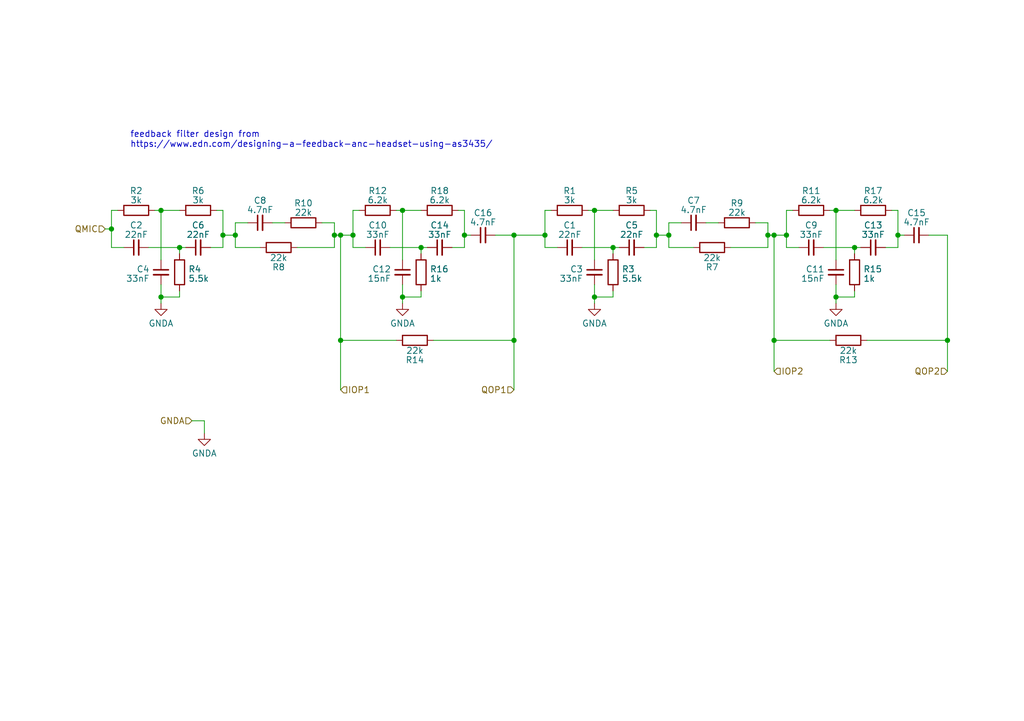
<source format=kicad_sch>
(kicad_sch (version 20230121) (generator eeschema)
  (paper "A5")
  (lib_symbols
    (symbol "Device:C_Small" (pin_numbers hide) (pin_names (offset 0.254) hide)
      (property "Reference" "C" (at 0.254 1.778 0))
      (property "Value" "C_Small" (at 0.254 -2.032 0))
      (symbol "C_Small_0_1"
        (polyline (pts (xy -1.524 -0.508) (xy 1.524 -0.508)) (stroke (width 0.3302)))
        (polyline (pts (xy -1.524 0.508) (xy 1.524 0.508)) (stroke (width 0.3048)))
      )
      (symbol "C_Small_1_1"
        (pin passive line (at 0 2.54 270) (length 2.032) (name "~") (number "1"))
        (pin passive line (at 0 -2.54 90) (length 2.032) (name "~") (number "2"))
      )
    )
    (symbol "Device:R" (pin_numbers hide) (pin_names (offset 0))
      (property "Reference" "R" (at 2.032 0 90))
      (property "Value" "R" (at 0 0 90))
      (symbol "R_0_1"
        (rectangle (start -1.016 -2.54) (end 1.016 2.54) (stroke (width 0.254)))
      )
      (symbol "R_1_1"
        (pin passive line (at 0 3.81 270) (length 1.27) (name "~") (number "1"))
        (pin passive line (at 0 -3.81 90) (length 1.27) (name "~") (number "2"))
      )
    )
    (symbol "power:GNDA" (power) (pin_names (offset 0))
      (property "Value" "GNDA" (at 0 -3.81 0))
      (symbol "GNDA_0_1"
        (polyline (pts (xy 0 0) (xy 0 -1.27) (xy 1.27 -1.27) (xy 0 -2.54) (xy -1.27 -1.27) (xy 0 -1.27)))
      )
      (symbol "GNDA_1_1"
        (pin power_in line (at 0 0 270) (length 0) hide (name "GNDA") (number "1"))
      )
    )
  )
  (junction (at 72.39 48.26))
  (junction (at 158.75 69.85))
  (junction (at 184.15 48.26))
  (junction (at 82.55 43.18))
  (junction (at 68.58 48.26))
  (junction (at 105.41 48.26))
  (junction (at 171.45 60.96))
  (junction (at 121.92 60.96))
  (junction (at 82.55 60.96))
  (junction (at 175.26 50.8))
  (junction (at 45.72 48.26))
  (junction (at 121.92 43.18))
  (junction (at 158.75 48.26))
  (junction (at 69.85 48.26))
  (junction (at 33.02 60.96))
  (junction (at 161.29 48.26))
  (junction (at 137.16 48.26))
  (junction (at 36.83 50.8))
  (junction (at 33.02 43.18))
  (junction (at 157.48 48.26))
  (junction (at 111.76 48.26))
  (junction (at 48.26 48.26))
  (junction (at 171.45 43.18))
  (junction (at 105.41 69.85))
  (junction (at 22.86 46.99))
  (junction (at 134.62 48.26))
  (junction (at 86.36 50.8))
  (junction (at 95.25 48.26))
  (junction (at 69.85 69.85))
  (junction (at 125.73 50.8))
  (junction (at 194.31 69.85))
  (wire (pts (xy 48.26 45.72) (xy 48.26 48.26)))
  (wire (pts (xy 175.26 50.8) (xy 176.53 50.8)))
  (wire (pts (xy 31.75 43.18) (xy 33.02 43.18)))
  (wire (pts (xy 45.72 50.8) (xy 45.72 48.26)))
  (wire (pts (xy 184.15 48.26) (xy 184.15 43.18)))
  (wire (pts (xy 82.55 43.18) (xy 86.36 43.18)))
  (wire (pts (xy 72.39 43.18) (xy 72.39 48.26)))
  (wire (pts (xy 33.02 43.18) (xy 33.02 53.34)))
  (wire (pts (xy 69.85 69.85) (xy 69.85 80.01)))
  (wire (pts (xy 81.28 69.85) (xy 69.85 69.85)))
  (wire (pts (xy 171.45 62.23) (xy 171.45 60.96)))
  (wire (pts (xy 95.25 50.8) (xy 95.25 48.26)))
  (wire (pts (xy 134.62 50.8) (xy 134.62 48.26)))
  (wire (pts (xy 33.02 58.42) (xy 33.02 60.96)))
  (wire (pts (xy 119.38 50.8) (xy 125.73 50.8)))
  (wire (pts (xy 157.48 45.72) (xy 157.48 48.26)))
  (wire (pts (xy 184.15 48.26) (xy 185.42 48.26)))
  (wire (pts (xy 41.91 88.9) (xy 41.91 86.36)))
  (wire (pts (xy 24.13 43.18) (xy 22.86 43.18)))
  (wire (pts (xy 184.15 43.18) (xy 182.88 43.18)))
  (wire (pts (xy 184.15 50.8) (xy 184.15 48.26)))
  (wire (pts (xy 105.41 48.26) (xy 101.6 48.26)))
  (wire (pts (xy 161.29 50.8) (xy 163.83 50.8)))
  (wire (pts (xy 161.29 48.26) (xy 161.29 50.8)))
  (wire (pts (xy 158.75 69.85) (xy 158.75 48.26)))
  (wire (pts (xy 41.91 86.36) (xy 39.37 86.36)))
  (wire (pts (xy 161.29 43.18) (xy 161.29 48.26)))
  (wire (pts (xy 181.61 50.8) (xy 184.15 50.8)))
  (wire (pts (xy 158.75 48.26) (xy 161.29 48.26)))
  (wire (pts (xy 82.55 43.18) (xy 82.55 53.34)))
  (wire (pts (xy 48.26 48.26) (xy 48.26 50.8)))
  (wire (pts (xy 194.31 69.85) (xy 194.31 76.2)))
  (wire (pts (xy 36.83 50.8) (xy 38.1 50.8)))
  (wire (pts (xy 162.56 43.18) (xy 161.29 43.18)))
  (wire (pts (xy 171.45 43.18) (xy 175.26 43.18)))
  (wire (pts (xy 194.31 48.26) (xy 190.5 48.26)))
  (wire (pts (xy 69.85 69.85) (xy 69.85 48.26)))
  (wire (pts (xy 66.04 45.72) (xy 68.58 45.72)))
  (wire (pts (xy 81.28 43.18) (xy 82.55 43.18)))
  (wire (pts (xy 137.16 45.72) (xy 137.16 48.26)))
  (wire (pts (xy 132.08 50.8) (xy 134.62 50.8)))
  (wire (pts (xy 45.72 48.26) (xy 48.26 48.26)))
  (wire (pts (xy 113.03 43.18) (xy 111.76 43.18)))
  (wire (pts (xy 68.58 48.26) (xy 69.85 48.26)))
  (wire (pts (xy 73.66 43.18) (xy 72.39 43.18)))
  (wire (pts (xy 105.41 48.26) (xy 105.41 69.85)))
  (wire (pts (xy 134.62 48.26) (xy 134.62 43.18)))
  (wire (pts (xy 170.18 43.18) (xy 171.45 43.18)))
  (wire (pts (xy 111.76 48.26) (xy 111.76 50.8)))
  (wire (pts (xy 171.45 43.18) (xy 171.45 53.34)))
  (wire (pts (xy 50.8 45.72) (xy 48.26 45.72)))
  (wire (pts (xy 80.01 50.8) (xy 86.36 50.8)))
  (wire (pts (xy 149.86 50.8) (xy 157.48 50.8)))
  (wire (pts (xy 22.86 43.18) (xy 22.86 46.99)))
  (wire (pts (xy 72.39 48.26) (xy 72.39 50.8)))
  (wire (pts (xy 121.92 43.18) (xy 121.92 53.34)))
  (wire (pts (xy 134.62 48.26) (xy 137.16 48.26)))
  (wire (pts (xy 86.36 52.07) (xy 86.36 50.8)))
  (wire (pts (xy 194.31 69.85) (xy 194.31 48.26)))
  (wire (pts (xy 144.78 45.72) (xy 147.32 45.72)))
  (wire (pts (xy 95.25 48.26) (xy 96.52 48.26)))
  (wire (pts (xy 82.55 58.42) (xy 82.55 60.96)))
  (wire (pts (xy 92.71 50.8) (xy 95.25 50.8)))
  (wire (pts (xy 171.45 60.96) (xy 175.26 60.96)))
  (wire (pts (xy 60.96 50.8) (xy 68.58 50.8)))
  (wire (pts (xy 22.86 46.99) (xy 22.86 50.8)))
  (wire (pts (xy 121.92 58.42) (xy 121.92 60.96)))
  (wire (pts (xy 154.94 45.72) (xy 157.48 45.72)))
  (wire (pts (xy 157.48 48.26) (xy 157.48 50.8)))
  (wire (pts (xy 82.55 60.96) (xy 86.36 60.96)))
  (wire (pts (xy 134.62 43.18) (xy 133.35 43.18)))
  (wire (pts (xy 125.73 60.96) (xy 125.73 59.69)))
  (wire (pts (xy 82.55 62.23) (xy 82.55 60.96)))
  (wire (pts (xy 105.41 48.26) (xy 111.76 48.26)))
  (wire (pts (xy 33.02 62.23) (xy 33.02 60.96)))
  (wire (pts (xy 43.18 50.8) (xy 45.72 50.8)))
  (wire (pts (xy 55.88 45.72) (xy 58.42 45.72)))
  (wire (pts (xy 33.02 43.18) (xy 36.83 43.18)))
  (wire (pts (xy 139.7 45.72) (xy 137.16 45.72)))
  (wire (pts (xy 45.72 48.26) (xy 45.72 43.18)))
  (wire (pts (xy 105.41 69.85) (xy 105.41 80.01)))
  (wire (pts (xy 158.75 69.85) (xy 170.18 69.85)))
  (wire (pts (xy 36.83 60.96) (xy 36.83 59.69)))
  (wire (pts (xy 157.48 48.26) (xy 158.75 48.26)))
  (wire (pts (xy 88.9 69.85) (xy 105.41 69.85)))
  (wire (pts (xy 111.76 43.18) (xy 111.76 48.26)))
  (wire (pts (xy 30.48 50.8) (xy 36.83 50.8)))
  (wire (pts (xy 68.58 48.26) (xy 68.58 50.8)))
  (wire (pts (xy 125.73 52.07) (xy 125.73 50.8)))
  (wire (pts (xy 125.73 50.8) (xy 127 50.8)))
  (wire (pts (xy 121.92 60.96) (xy 125.73 60.96)))
  (wire (pts (xy 175.26 52.07) (xy 175.26 50.8)))
  (wire (pts (xy 171.45 58.42) (xy 171.45 60.96)))
  (wire (pts (xy 33.02 60.96) (xy 36.83 60.96)))
  (wire (pts (xy 120.65 43.18) (xy 121.92 43.18)))
  (wire (pts (xy 175.26 60.96) (xy 175.26 59.69)))
  (wire (pts (xy 137.16 50.8) (xy 142.24 50.8)))
  (wire (pts (xy 72.39 50.8) (xy 74.93 50.8)))
  (wire (pts (xy 22.86 50.8) (xy 25.4 50.8)))
  (wire (pts (xy 69.85 48.26) (xy 72.39 48.26)))
  (wire (pts (xy 86.36 50.8) (xy 87.63 50.8)))
  (wire (pts (xy 68.58 45.72) (xy 68.58 48.26)))
  (wire (pts (xy 168.91 50.8) (xy 175.26 50.8)))
  (wire (pts (xy 95.25 43.18) (xy 93.98 43.18)))
  (wire (pts (xy 121.92 43.18) (xy 125.73 43.18)))
  (wire (pts (xy 111.76 50.8) (xy 114.3 50.8)))
  (wire (pts (xy 177.8 69.85) (xy 194.31 69.85)))
  (wire (pts (xy 121.92 62.23) (xy 121.92 60.96)))
  (wire (pts (xy 45.72 43.18) (xy 44.45 43.18)))
  (wire (pts (xy 36.83 52.07) (xy 36.83 50.8)))
  (wire (pts (xy 95.25 48.26) (xy 95.25 43.18)))
  (wire (pts (xy 137.16 48.26) (xy 137.16 50.8)))
  (wire (pts (xy 48.26 50.8) (xy 53.34 50.8)))
  (wire (pts (xy 21.59 46.99) (xy 22.86 46.99)))
  (wire (pts (xy 86.36 60.96) (xy 86.36 59.69)))
  (wire (pts (xy 158.75 69.85) (xy 158.75 76.2)))
  (text "feedback filter design from\nhttps://www.edn.com/designing-a-feedback-anc-headset-using-as3435/" (at 26.67 30.48 0) (effects (font (size 1.27 1.27)) (justify left bottom)))
  (hierarchical_label "QMIC" (shape input) (at 21.59 46.99 180))
  (hierarchical_label "GNDA" (shape input) (at 39.37 86.36 180))
  (hierarchical_label "IOP1" (shape input) (at 69.85 80.01 0))
  (hierarchical_label "QOP2" (shape input) (at 194.31 76.2 180))
  (hierarchical_label "QOP1" (shape input) (at 105.41 80.01 180))
  (hierarchical_label "IOP2" (shape input) (at 158.75 76.2 0))
  (symbol (lib_id "Device:C_Small") (at 142.24 45.72 90) (unit 1)
    (property "Reference" "C7" (at 142.2463 41.148 90))
    (property "Value" "4.7nF" (at 142.2463 43.069 90))
    (property "Footprint" "Capacitor_SMD:C_0402_1005Metric_Pad0.74x0.62mm_HandSolder" (effects hide))
  )
  (symbol (lib_id "Device:C_Small") (at 77.47 50.8 90) (unit 1)
    (property "Reference" "C10" (at 77.4763 46.228 90))
    (property "Value" "33nF" (at 77.4763 48.149 90))
    (property "Footprint" "Capacitor_SMD:C_0402_1005Metric_Pad0.74x0.62mm_HandSolder" (effects hide))
  )
  (symbol (lib_id "Device:C_Small") (at 171.45 55.88 0) (mirror y) (unit 1)
    (property "Reference" "C11" (at 169.1259 55.2426 0) (effects (justify left)))
    (property "Value" "15nF" (at 169.1259 57.1636 0) (effects (justify left)))
    (property "Footprint" "Capacitor_SMD:C_0402_1005Metric_Pad0.74x0.62mm_HandSolder" (effects hide))
  )
  (symbol (lib_id "Device:C_Small") (at 129.54 50.8 90) (unit 1)
    (property "Reference" "C5" (at 129.5463 46.228 90))
    (property "Value" "22nF" (at 129.5463 48.149 90))
    (property "Footprint" "Capacitor_SMD:C_0402_1005Metric_Pad0.74x0.62mm_HandSolder" (effects hide))
  )
  (symbol (lib_id "Device:C_Small") (at 187.96 48.26 90) (unit 1)
    (property "Reference" "C15" (at 187.9663 43.688 90))
    (property "Value" "4.7nF" (at 187.9663 45.609 90))
    (property "Footprint" "Capacitor_SMD:C_0402_1005Metric_Pad0.74x0.62mm_HandSolder" (effects hide))
  )
  (symbol (lib_id "Device:R") (at 151.13 45.72 90) (unit 1)
    (property "Reference" "R9" (at 151.13 41.6941 90))
    (property "Value" "22k" (at 151.13 43.6151 90))
    (property "Footprint" "Resistor_SMD:R_0402_1005Metric_Pad0.72x0.64mm_HandSolder" (effects hide))
  )
  (symbol (lib_id "Device:R") (at 40.64 43.18 90) (unit 1)
    (property "Reference" "R6" (at 40.64 39.1541 90))
    (property "Value" "3k" (at 40.64 41.0751 90))
    (property "Footprint" "Resistor_SMD:R_0402_1005Metric_Pad0.72x0.64mm_HandSolder" (effects hide))
  )
  (symbol (lib_id "Device:C_Small") (at 166.37 50.8 90) (unit 1)
    (property "Reference" "C9" (at 166.3763 46.228 90))
    (property "Value" "33nF" (at 166.3763 48.149 90))
    (property "Footprint" "Capacitor_SMD:C_0402_1005Metric_Pad0.74x0.62mm_HandSolder" (effects hide))
  )
  (symbol (lib_id "Device:R") (at 125.73 55.88 0) (unit 1)
    (property "Reference" "R3" (at 127.508 55.2363 0) (effects (justify left)))
    (property "Value" "5.5k" (at 127.508 57.1573 0) (effects (justify left)))
    (property "Footprint" "Resistor_SMD:R_0402_1005Metric_Pad0.72x0.64mm_HandSolder" (effects hide))
  )
  (symbol (lib_id "Device:R") (at 166.37 43.18 90) (unit 1)
    (property "Reference" "R11" (at 166.37 39.1541 90))
    (property "Value" "6.2k" (at 166.37 41.0751 90))
    (property "Footprint" "Resistor_SMD:R_0402_1005Metric_Pad0.72x0.64mm_HandSolder" (effects hide))
  )
  (symbol (lib_id "Device:R") (at 116.84 43.18 90) (unit 1)
    (property "Reference" "R1" (at 116.84 39.1541 90))
    (property "Value" "3k" (at 116.84 41.0751 90))
    (property "Footprint" "Resistor_SMD:R_0402_1005Metric_Pad0.72x0.64mm_HandSolder" (effects hide))
  )
  (symbol (lib_id "Device:C_Small") (at 82.55 55.88 0) (mirror y) (unit 1)
    (property "Reference" "C12" (at 80.2259 55.2426 0) (effects (justify left)))
    (property "Value" "15nF" (at 80.2259 57.1636 0) (effects (justify left)))
    (property "Footprint" "Capacitor_SMD:C_0402_1005Metric_Pad0.74x0.62mm_HandSolder" (effects hide))
  )
  (symbol (lib_id "Device:R") (at 27.94 43.18 90) (unit 1)
    (property "Reference" "R2" (at 27.94 39.1541 90))
    (property "Value" "3k" (at 27.94 41.0751 90))
    (property "Footprint" "Resistor_SMD:R_0402_1005Metric_Pad0.72x0.64mm_HandSolder" (effects hide))
  )
  (symbol (lib_id "Device:R") (at 62.23 45.72 90) (unit 1)
    (property "Reference" "R10" (at 62.23 41.6941 90))
    (property "Value" "22k" (at 62.23 43.6151 90))
    (property "Footprint" "Resistor_SMD:R_0402_1005Metric_Pad0.72x0.64mm_HandSolder" (effects hide))
  )
  (symbol (lib_id "Device:C_Small") (at 27.94 50.8 90) (unit 1)
    (property "Reference" "C2" (at 27.9463 46.228 90))
    (property "Value" "22nF" (at 27.9463 48.149 90))
    (property "Footprint" "Capacitor_SMD:C_0402_1005Metric_Pad0.74x0.62mm_HandSolder" (effects hide))
  )
  (symbol (lib_id "Device:R") (at 146.05 50.8 270) (mirror x) (unit 1)
    (property "Reference" "R7" (at 146.05 54.8259 90))
    (property "Value" "22k" (at 146.05 52.9049 90))
    (property "Footprint" "Resistor_SMD:R_0402_1005Metric_Pad0.72x0.64mm_HandSolder" (effects hide))
  )
  (symbol (lib_id "Device:C_Small") (at 116.84 50.8 90) (unit 1)
    (property "Reference" "C1" (at 116.8463 46.228 90))
    (property "Value" "22nF" (at 116.8463 48.149 90))
    (property "Footprint" "Capacitor_SMD:C_0402_1005Metric_Pad0.74x0.62mm_HandSolder" (effects hide))
  )
  (symbol (lib_id "Device:C_Small") (at 121.92 55.88 0) (mirror y) (unit 1)
    (property "Reference" "C3" (at 119.5959 55.2426 0) (effects (justify left)))
    (property "Value" "33nF" (at 119.5959 57.1636 0) (effects (justify left)))
    (property "Footprint" "Capacitor_SMD:C_0402_1005Metric_Pad0.74x0.62mm_HandSolder" (effects hide))
  )
  (symbol (lib_id "Device:R") (at 36.83 55.88 0) (unit 1)
    (property "Reference" "R4" (at 38.608 55.2363 0) (effects (justify left)))
    (property "Value" "5.5k" (at 38.608 57.1573 0) (effects (justify left)))
    (property "Footprint" "Resistor_SMD:R_0402_1005Metric_Pad0.72x0.64mm_HandSolder" (effects hide))
  )
  (symbol (lib_id "power:GNDA") (at 171.45 62.23 0) (unit 1)
    (property "Reference" "#PWR03" (effects hide))
    (property "Value" "GNDA" (at 171.45 66.3655 0))
  )
  (symbol (lib_id "Device:C_Small") (at 90.17 50.8 90) (unit 1)
    (property "Reference" "C14" (at 90.1763 46.228 90))
    (property "Value" "33nF" (at 90.1763 48.149 90))
    (property "Footprint" "Capacitor_SMD:C_0402_1005Metric_Pad0.74x0.62mm_HandSolder" (effects hide))
  )
  (symbol (lib_id "power:GNDA") (at 82.55 62.23 0) (unit 1)
    (property "Reference" "#PWR04" (effects hide))
    (property "Value" "GNDA" (at 82.55 66.3655 0))
  )
  (symbol (lib_id "Device:R") (at 85.09 69.85 270) (mirror x) (unit 1)
    (property "Reference" "R14" (at 85.09 73.8759 90))
    (property "Value" "22k" (at 85.09 71.9549 90))
    (property "Footprint" "Resistor_SMD:R_0402_1005Metric_Pad0.72x0.64mm_HandSolder" (effects hide))
  )
  (symbol (lib_id "Device:R") (at 175.26 55.88 0) (unit 1)
    (property "Reference" "R15" (at 177.038 55.2363 0) (effects (justify left)))
    (property "Value" "1k" (at 177.038 57.1573 0) (effects (justify left)))
    (property "Footprint" "Resistor_SMD:R_0402_1005Metric_Pad0.72x0.64mm_HandSolder" (effects hide))
  )
  (symbol (lib_id "Device:R") (at 129.54 43.18 90) (unit 1)
    (property "Reference" "R5" (at 129.54 39.1541 90))
    (property "Value" "3k" (at 129.54 41.0751 90))
    (property "Footprint" "Resistor_SMD:R_0402_1005Metric_Pad0.72x0.64mm_HandSolder" (effects hide))
  )
  (symbol (lib_id "Device:R") (at 77.47 43.18 90) (unit 1)
    (property "Reference" "R12" (at 77.47 39.1541 90))
    (property "Value" "6.2k" (at 77.47 41.0751 90))
    (property "Footprint" "Resistor_SMD:R_0402_1005Metric_Pad0.72x0.64mm_HandSolder" (effects hide))
  )
  (symbol (lib_id "Device:C_Small") (at 179.07 50.8 90) (unit 1)
    (property "Reference" "C13" (at 179.0763 46.228 90))
    (property "Value" "33nF" (at 179.0763 48.149 90))
    (property "Footprint" "Capacitor_SMD:C_0402_1005Metric_Pad0.74x0.62mm_HandSolder" (effects hide))
  )
  (symbol (lib_id "power:GNDA") (at 33.02 62.23 0) (unit 1)
    (property "Reference" "#PWR02" (effects hide))
    (property "Value" "GNDA" (at 33.02 66.3655 0))
  )
  (symbol (lib_id "Device:C_Small") (at 99.06 48.26 90) (unit 1)
    (property "Reference" "C16" (at 99.0663 43.688 90))
    (property "Value" "4.7nF" (at 99.0663 45.609 90))
    (property "Footprint" "Capacitor_SMD:C_0402_1005Metric_Pad0.74x0.62mm_HandSolder" (effects hide))
  )
  (symbol (lib_id "Device:C_Small") (at 40.64 50.8 90) (unit 1)
    (property "Reference" "C6" (at 40.6463 46.228 90))
    (property "Value" "22nF" (at 40.6463 48.149 90))
    (property "Footprint" "Capacitor_SMD:C_0402_1005Metric_Pad0.74x0.62mm_HandSolder" (effects hide))
  )
  (symbol (lib_id "power:GNDA") (at 41.91 88.9 0) (unit 1)
    (property "Reference" "#PWR05" (effects hide))
    (property "Value" "GNDA" (at 41.91 93.0355 0))
  )
  (symbol (lib_id "Device:R") (at 90.17 43.18 90) (unit 1)
    (property "Reference" "R18" (at 90.17 39.1541 90))
    (property "Value" "6.2k" (at 90.17 41.0751 90))
    (property "Footprint" "Resistor_SMD:R_0402_1005Metric_Pad0.72x0.64mm_HandSolder" (effects hide))
  )
  (symbol (lib_id "Device:C_Small") (at 53.34 45.72 90) (unit 1)
    (property "Reference" "C8" (at 53.3463 41.148 90))
    (property "Value" "4.7nF" (at 53.3463 43.069 90))
    (property "Footprint" "Capacitor_SMD:C_0402_1005Metric_Pad0.74x0.62mm_HandSolder" (effects hide))
  )
  (symbol (lib_id "power:GNDA") (at 121.92 62.23 0) (unit 1)
    (property "Reference" "#PWR01" (effects hide))
    (property "Value" "GNDA" (at 121.92 66.3655 0))
  )
  (symbol (lib_id "Device:R") (at 86.36 55.88 0) (unit 1)
    (property "Reference" "R16" (at 88.138 55.2363 0) (effects (justify left)))
    (property "Value" "1k" (at 88.138 57.1573 0) (effects (justify left)))
    (property "Footprint" "Resistor_SMD:R_0402_1005Metric_Pad0.72x0.64mm_HandSolder" (effects hide))
  )
  (symbol (lib_id "Device:C_Small") (at 33.02 55.88 0) (mirror y) (unit 1)
    (property "Reference" "C4" (at 30.6959 55.2426 0) (effects (justify left)))
    (property "Value" "33nF" (at 30.6959 57.1636 0) (effects (justify left)))
    (property "Footprint" "Capacitor_SMD:C_0402_1005Metric_Pad0.74x0.62mm_HandSolder" (effects hide))
  )
  (symbol (lib_id "Device:R") (at 179.07 43.18 90) (unit 1)
    (property "Reference" "R17" (at 179.07 39.1541 90))
    (property "Value" "6.2k" (at 179.07 41.0751 90))
    (property "Footprint" "Resistor_SMD:R_0402_1005Metric_Pad0.72x0.64mm_HandSolder" (effects hide))
  )
  (symbol (lib_id "Device:R") (at 57.15 50.8 270) (mirror x) (unit 1)
    (property "Reference" "R8" (at 57.15 54.8259 90))
    (property "Value" "22k" (at 57.15 52.9049 90))
    (property "Footprint" "Resistor_SMD:R_0402_1005Metric_Pad0.72x0.64mm_HandSolder" (effects hide))
  )
  (symbol (lib_id "Device:R") (at 173.99 69.85 270) (mirror x) (unit 1)
    (property "Reference" "R13" (at 173.99 73.8759 90))
    (property "Value" "22k" (at 173.99 71.9549 90))
    (property "Footprint" "Resistor_SMD:R_0402_1005Metric_Pad0.72x0.64mm_HandSolder" (effects hide))
  )
)
</source>
